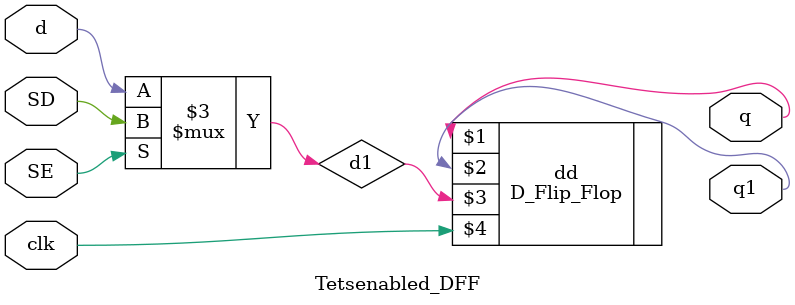
<source format=v>
`timescale 1ns / 1ps

module Tetsenabled_DFF(q,q1,d,clk,SE,SD);
output q,q1;
 input d,clk,SE,SD;
 reg d1;
 
 always @(*)
 begin
 if (SE)
 begin
 d1<=SD;
 end
 else
 begin
 d1<=d;
 end
 end

 D_Flip_Flop dd(q,q1,d1,clk);
 
 

// Implementation:

// There's an imaginary bit in the counter, at q[-1], that resets to 1
// (unlike the rest of the bits of the counter) and flips every clock cycle.
// The decision of whether to flip any non-imaginary bit in the counter
// depends solely on the bits below it, down to the imaginary bit.	It flips
// only if all these bits, taken together, match the pattern 10* (a one
// followed by any number of zeros).

// Almost every non-imaginary bit has a submodule instance that sets the
// bit based on the values of the lower-order bits, as described above.
// The rules have to differ slightly for the most significant bit or else 
// the counter would saturate at it's highest value, 1000...0.

	// q is the counter, plus the imaginary bit
	
		
endmodule


</source>
